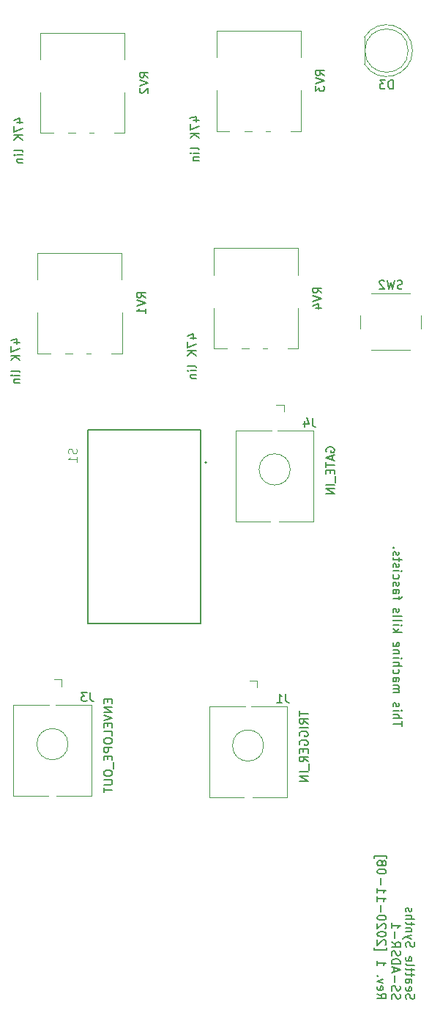
<source format=gbr>
%TF.GenerationSoftware,KiCad,Pcbnew,5.1.7*%
%TF.CreationDate,2020-11-09T18:16:13+01:00*%
%TF.ProjectId,AS3310-ADSR,41533333-3130-42d4-9144-53522e6b6963,1*%
%TF.SameCoordinates,Original*%
%TF.FileFunction,Legend,Bot*%
%TF.FilePolarity,Positive*%
%FSLAX46Y46*%
G04 Gerber Fmt 4.6, Leading zero omitted, Abs format (unit mm)*
G04 Created by KiCad (PCBNEW 5.1.7) date 2020-11-09 18:16:13*
%MOMM*%
%LPD*%
G01*
G04 APERTURE LIST*
%ADD10C,0.150000*%
%ADD11C,0.120000*%
%ADD12C,0.127000*%
%ADD13C,0.200000*%
%ADD14C,0.015000*%
G04 APERTURE END LIST*
D10*
X145577619Y-121317261D02*
X145577619Y-120745833D01*
X144577619Y-121031547D02*
X145577619Y-121031547D01*
X144577619Y-120412500D02*
X145577619Y-120412500D01*
X144577619Y-119983928D02*
X145101428Y-119983928D01*
X145196666Y-120031547D01*
X145244285Y-120126785D01*
X145244285Y-120269642D01*
X145196666Y-120364880D01*
X145149047Y-120412500D01*
X144577619Y-119507738D02*
X145244285Y-119507738D01*
X145577619Y-119507738D02*
X145530000Y-119555357D01*
X145482380Y-119507738D01*
X145530000Y-119460119D01*
X145577619Y-119507738D01*
X145482380Y-119507738D01*
X144625238Y-119079166D02*
X144577619Y-118983928D01*
X144577619Y-118793452D01*
X144625238Y-118698214D01*
X144720476Y-118650595D01*
X144768095Y-118650595D01*
X144863333Y-118698214D01*
X144910952Y-118793452D01*
X144910952Y-118936309D01*
X144958571Y-119031547D01*
X145053809Y-119079166D01*
X145101428Y-119079166D01*
X145196666Y-119031547D01*
X145244285Y-118936309D01*
X145244285Y-118793452D01*
X145196666Y-118698214D01*
X144577619Y-117460119D02*
X145244285Y-117460119D01*
X145149047Y-117460119D02*
X145196666Y-117412500D01*
X145244285Y-117317261D01*
X145244285Y-117174404D01*
X145196666Y-117079166D01*
X145101428Y-117031547D01*
X144577619Y-117031547D01*
X145101428Y-117031547D02*
X145196666Y-116983928D01*
X145244285Y-116888690D01*
X145244285Y-116745833D01*
X145196666Y-116650595D01*
X145101428Y-116602976D01*
X144577619Y-116602976D01*
X144577619Y-115698214D02*
X145101428Y-115698214D01*
X145196666Y-115745833D01*
X145244285Y-115841071D01*
X145244285Y-116031547D01*
X145196666Y-116126785D01*
X144625238Y-115698214D02*
X144577619Y-115793452D01*
X144577619Y-116031547D01*
X144625238Y-116126785D01*
X144720476Y-116174404D01*
X144815714Y-116174404D01*
X144910952Y-116126785D01*
X144958571Y-116031547D01*
X144958571Y-115793452D01*
X145006190Y-115698214D01*
X144625238Y-114793452D02*
X144577619Y-114888690D01*
X144577619Y-115079166D01*
X144625238Y-115174404D01*
X144672857Y-115222023D01*
X144768095Y-115269642D01*
X145053809Y-115269642D01*
X145149047Y-115222023D01*
X145196666Y-115174404D01*
X145244285Y-115079166D01*
X145244285Y-114888690D01*
X145196666Y-114793452D01*
X144577619Y-114364880D02*
X145577619Y-114364880D01*
X144577619Y-113936309D02*
X145101428Y-113936309D01*
X145196666Y-113983928D01*
X145244285Y-114079166D01*
X145244285Y-114222023D01*
X145196666Y-114317261D01*
X145149047Y-114364880D01*
X144577619Y-113460119D02*
X145244285Y-113460119D01*
X145577619Y-113460119D02*
X145530000Y-113507738D01*
X145482380Y-113460119D01*
X145530000Y-113412500D01*
X145577619Y-113460119D01*
X145482380Y-113460119D01*
X145244285Y-112983928D02*
X144577619Y-112983928D01*
X145149047Y-112983928D02*
X145196666Y-112936309D01*
X145244285Y-112841071D01*
X145244285Y-112698214D01*
X145196666Y-112602976D01*
X145101428Y-112555357D01*
X144577619Y-112555357D01*
X144625238Y-111698214D02*
X144577619Y-111793452D01*
X144577619Y-111983928D01*
X144625238Y-112079166D01*
X144720476Y-112126785D01*
X145101428Y-112126785D01*
X145196666Y-112079166D01*
X145244285Y-111983928D01*
X145244285Y-111793452D01*
X145196666Y-111698214D01*
X145101428Y-111650595D01*
X145006190Y-111650595D01*
X144910952Y-112126785D01*
X144577619Y-110460119D02*
X145577619Y-110460119D01*
X144958571Y-110364880D02*
X144577619Y-110079166D01*
X145244285Y-110079166D02*
X144863333Y-110460119D01*
X144577619Y-109650595D02*
X145244285Y-109650595D01*
X145577619Y-109650595D02*
X145530000Y-109698214D01*
X145482380Y-109650595D01*
X145530000Y-109602976D01*
X145577619Y-109650595D01*
X145482380Y-109650595D01*
X144577619Y-109031547D02*
X144625238Y-109126785D01*
X144720476Y-109174404D01*
X145577619Y-109174404D01*
X144577619Y-108507738D02*
X144625238Y-108602976D01*
X144720476Y-108650595D01*
X145577619Y-108650595D01*
X144625238Y-108174404D02*
X144577619Y-108079166D01*
X144577619Y-107888690D01*
X144625238Y-107793452D01*
X144720476Y-107745833D01*
X144768095Y-107745833D01*
X144863333Y-107793452D01*
X144910952Y-107888690D01*
X144910952Y-108031547D01*
X144958571Y-108126785D01*
X145053809Y-108174404D01*
X145101428Y-108174404D01*
X145196666Y-108126785D01*
X145244285Y-108031547D01*
X145244285Y-107888690D01*
X145196666Y-107793452D01*
X145244285Y-106698214D02*
X145244285Y-106317261D01*
X144577619Y-106555357D02*
X145434761Y-106555357D01*
X145530000Y-106507738D01*
X145577619Y-106412500D01*
X145577619Y-106317261D01*
X144577619Y-105555357D02*
X145101428Y-105555357D01*
X145196666Y-105602976D01*
X145244285Y-105698214D01*
X145244285Y-105888690D01*
X145196666Y-105983928D01*
X144625238Y-105555357D02*
X144577619Y-105650595D01*
X144577619Y-105888690D01*
X144625238Y-105983928D01*
X144720476Y-106031547D01*
X144815714Y-106031547D01*
X144910952Y-105983928D01*
X144958571Y-105888690D01*
X144958571Y-105650595D01*
X145006190Y-105555357D01*
X144625238Y-105126785D02*
X144577619Y-105031547D01*
X144577619Y-104841071D01*
X144625238Y-104745833D01*
X144720476Y-104698214D01*
X144768095Y-104698214D01*
X144863333Y-104745833D01*
X144910952Y-104841071D01*
X144910952Y-104983928D01*
X144958571Y-105079166D01*
X145053809Y-105126785D01*
X145101428Y-105126785D01*
X145196666Y-105079166D01*
X145244285Y-104983928D01*
X145244285Y-104841071D01*
X145196666Y-104745833D01*
X144625238Y-103841071D02*
X144577619Y-103936309D01*
X144577619Y-104126785D01*
X144625238Y-104222023D01*
X144672857Y-104269642D01*
X144768095Y-104317261D01*
X145053809Y-104317261D01*
X145149047Y-104269642D01*
X145196666Y-104222023D01*
X145244285Y-104126785D01*
X145244285Y-103936309D01*
X145196666Y-103841071D01*
X144577619Y-103412500D02*
X145244285Y-103412500D01*
X145577619Y-103412500D02*
X145530000Y-103460119D01*
X145482380Y-103412500D01*
X145530000Y-103364880D01*
X145577619Y-103412500D01*
X145482380Y-103412500D01*
X144625238Y-102983928D02*
X144577619Y-102888690D01*
X144577619Y-102698214D01*
X144625238Y-102602976D01*
X144720476Y-102555357D01*
X144768095Y-102555357D01*
X144863333Y-102602976D01*
X144910952Y-102698214D01*
X144910952Y-102841071D01*
X144958571Y-102936309D01*
X145053809Y-102983928D01*
X145101428Y-102983928D01*
X145196666Y-102936309D01*
X145244285Y-102841071D01*
X145244285Y-102698214D01*
X145196666Y-102602976D01*
X145244285Y-102269642D02*
X145244285Y-101888690D01*
X145577619Y-102126785D02*
X144720476Y-102126785D01*
X144625238Y-102079166D01*
X144577619Y-101983928D01*
X144577619Y-101888690D01*
X144625238Y-101602976D02*
X144577619Y-101507738D01*
X144577619Y-101317261D01*
X144625238Y-101222023D01*
X144720476Y-101174404D01*
X144768095Y-101174404D01*
X144863333Y-101222023D01*
X144910952Y-101317261D01*
X144910952Y-101460119D01*
X144958571Y-101555357D01*
X145053809Y-101602976D01*
X145101428Y-101602976D01*
X145196666Y-101555357D01*
X145244285Y-101460119D01*
X145244285Y-101317261D01*
X145196666Y-101222023D01*
X144672857Y-100745833D02*
X144625238Y-100698214D01*
X144577619Y-100745833D01*
X144625238Y-100793452D01*
X144672857Y-100745833D01*
X144577619Y-100745833D01*
X146095238Y-152812023D02*
X146047619Y-152669166D01*
X146047619Y-152431071D01*
X146095238Y-152335833D01*
X146142857Y-152288214D01*
X146238095Y-152240595D01*
X146333333Y-152240595D01*
X146428571Y-152288214D01*
X146476190Y-152335833D01*
X146523809Y-152431071D01*
X146571428Y-152621547D01*
X146619047Y-152716785D01*
X146666666Y-152764404D01*
X146761904Y-152812023D01*
X146857142Y-152812023D01*
X146952380Y-152764404D01*
X147000000Y-152716785D01*
X147047619Y-152621547D01*
X147047619Y-152383452D01*
X147000000Y-152240595D01*
X146095238Y-151431071D02*
X146047619Y-151526309D01*
X146047619Y-151716785D01*
X146095238Y-151812023D01*
X146190476Y-151859642D01*
X146571428Y-151859642D01*
X146666666Y-151812023D01*
X146714285Y-151716785D01*
X146714285Y-151526309D01*
X146666666Y-151431071D01*
X146571428Y-151383452D01*
X146476190Y-151383452D01*
X146380952Y-151859642D01*
X146047619Y-150526309D02*
X146571428Y-150526309D01*
X146666666Y-150573928D01*
X146714285Y-150669166D01*
X146714285Y-150859642D01*
X146666666Y-150954880D01*
X146095238Y-150526309D02*
X146047619Y-150621547D01*
X146047619Y-150859642D01*
X146095238Y-150954880D01*
X146190476Y-151002500D01*
X146285714Y-151002500D01*
X146380952Y-150954880D01*
X146428571Y-150859642D01*
X146428571Y-150621547D01*
X146476190Y-150526309D01*
X146714285Y-150192976D02*
X146714285Y-149812023D01*
X147047619Y-150050119D02*
X146190476Y-150050119D01*
X146095238Y-150002500D01*
X146047619Y-149907261D01*
X146047619Y-149812023D01*
X146714285Y-149621547D02*
X146714285Y-149240595D01*
X147047619Y-149478690D02*
X146190476Y-149478690D01*
X146095238Y-149431071D01*
X146047619Y-149335833D01*
X146047619Y-149240595D01*
X146047619Y-148764404D02*
X146095238Y-148859642D01*
X146190476Y-148907261D01*
X147047619Y-148907261D01*
X146095238Y-148002500D02*
X146047619Y-148097738D01*
X146047619Y-148288214D01*
X146095238Y-148383452D01*
X146190476Y-148431071D01*
X146571428Y-148431071D01*
X146666666Y-148383452D01*
X146714285Y-148288214D01*
X146714285Y-148097738D01*
X146666666Y-148002500D01*
X146571428Y-147954880D01*
X146476190Y-147954880D01*
X146380952Y-148431071D01*
X146095238Y-146812023D02*
X146047619Y-146669166D01*
X146047619Y-146431071D01*
X146095238Y-146335833D01*
X146142857Y-146288214D01*
X146238095Y-146240595D01*
X146333333Y-146240595D01*
X146428571Y-146288214D01*
X146476190Y-146335833D01*
X146523809Y-146431071D01*
X146571428Y-146621547D01*
X146619047Y-146716785D01*
X146666666Y-146764404D01*
X146761904Y-146812023D01*
X146857142Y-146812023D01*
X146952380Y-146764404D01*
X147000000Y-146716785D01*
X147047619Y-146621547D01*
X147047619Y-146383452D01*
X147000000Y-146240595D01*
X146714285Y-145907261D02*
X146047619Y-145669166D01*
X146714285Y-145431071D02*
X146047619Y-145669166D01*
X145809523Y-145764404D01*
X145761904Y-145812023D01*
X145714285Y-145907261D01*
X146714285Y-145050119D02*
X146047619Y-145050119D01*
X146619047Y-145050119D02*
X146666666Y-145002500D01*
X146714285Y-144907261D01*
X146714285Y-144764404D01*
X146666666Y-144669166D01*
X146571428Y-144621547D01*
X146047619Y-144621547D01*
X146714285Y-144288214D02*
X146714285Y-143907261D01*
X147047619Y-144145357D02*
X146190476Y-144145357D01*
X146095238Y-144097738D01*
X146047619Y-144002500D01*
X146047619Y-143907261D01*
X146047619Y-143573928D02*
X147047619Y-143573928D01*
X146047619Y-143145357D02*
X146571428Y-143145357D01*
X146666666Y-143192976D01*
X146714285Y-143288214D01*
X146714285Y-143431071D01*
X146666666Y-143526309D01*
X146619047Y-143573928D01*
X146095238Y-142716785D02*
X146047619Y-142621547D01*
X146047619Y-142431071D01*
X146095238Y-142335833D01*
X146190476Y-142288214D01*
X146238095Y-142288214D01*
X146333333Y-142335833D01*
X146380952Y-142431071D01*
X146380952Y-142573928D01*
X146428571Y-142669166D01*
X146523809Y-142716785D01*
X146571428Y-142716785D01*
X146666666Y-142669166D01*
X146714285Y-142573928D01*
X146714285Y-142431071D01*
X146666666Y-142335833D01*
X144445238Y-152812023D02*
X144397619Y-152669166D01*
X144397619Y-152431071D01*
X144445238Y-152335833D01*
X144492857Y-152288214D01*
X144588095Y-152240595D01*
X144683333Y-152240595D01*
X144778571Y-152288214D01*
X144826190Y-152335833D01*
X144873809Y-152431071D01*
X144921428Y-152621547D01*
X144969047Y-152716785D01*
X145016666Y-152764404D01*
X145111904Y-152812023D01*
X145207142Y-152812023D01*
X145302380Y-152764404D01*
X145350000Y-152716785D01*
X145397619Y-152621547D01*
X145397619Y-152383452D01*
X145350000Y-152240595D01*
X144445238Y-151859642D02*
X144397619Y-151716785D01*
X144397619Y-151478690D01*
X144445238Y-151383452D01*
X144492857Y-151335833D01*
X144588095Y-151288214D01*
X144683333Y-151288214D01*
X144778571Y-151335833D01*
X144826190Y-151383452D01*
X144873809Y-151478690D01*
X144921428Y-151669166D01*
X144969047Y-151764404D01*
X145016666Y-151812023D01*
X145111904Y-151859642D01*
X145207142Y-151859642D01*
X145302380Y-151812023D01*
X145350000Y-151764404D01*
X145397619Y-151669166D01*
X145397619Y-151431071D01*
X145350000Y-151288214D01*
X144778571Y-150859642D02*
X144778571Y-150097738D01*
X144683333Y-149669166D02*
X144683333Y-149192976D01*
X144397619Y-149764404D02*
X145397619Y-149431071D01*
X144397619Y-149097738D01*
X144397619Y-148764404D02*
X145397619Y-148764404D01*
X145397619Y-148526309D01*
X145350000Y-148383452D01*
X145254761Y-148288214D01*
X145159523Y-148240595D01*
X144969047Y-148192976D01*
X144826190Y-148192976D01*
X144635714Y-148240595D01*
X144540476Y-148288214D01*
X144445238Y-148383452D01*
X144397619Y-148526309D01*
X144397619Y-148764404D01*
X144445238Y-147812023D02*
X144397619Y-147669166D01*
X144397619Y-147431071D01*
X144445238Y-147335833D01*
X144492857Y-147288214D01*
X144588095Y-147240595D01*
X144683333Y-147240595D01*
X144778571Y-147288214D01*
X144826190Y-147335833D01*
X144873809Y-147431071D01*
X144921428Y-147621547D01*
X144969047Y-147716785D01*
X145016666Y-147764404D01*
X145111904Y-147812023D01*
X145207142Y-147812023D01*
X145302380Y-147764404D01*
X145350000Y-147716785D01*
X145397619Y-147621547D01*
X145397619Y-147383452D01*
X145350000Y-147240595D01*
X144397619Y-146240595D02*
X144873809Y-146573928D01*
X144397619Y-146812023D02*
X145397619Y-146812023D01*
X145397619Y-146431071D01*
X145350000Y-146335833D01*
X145302380Y-146288214D01*
X145207142Y-146240595D01*
X145064285Y-146240595D01*
X144969047Y-146288214D01*
X144921428Y-146335833D01*
X144873809Y-146431071D01*
X144873809Y-146812023D01*
X144778571Y-145812023D02*
X144778571Y-145050119D01*
X144397619Y-144050119D02*
X144397619Y-144621547D01*
X144397619Y-144335833D02*
X145397619Y-144335833D01*
X145254761Y-144431071D01*
X145159523Y-144526309D01*
X145111904Y-144621547D01*
X142747619Y-152192976D02*
X143223809Y-152526309D01*
X142747619Y-152764404D02*
X143747619Y-152764404D01*
X143747619Y-152383452D01*
X143700000Y-152288214D01*
X143652380Y-152240595D01*
X143557142Y-152192976D01*
X143414285Y-152192976D01*
X143319047Y-152240595D01*
X143271428Y-152288214D01*
X143223809Y-152383452D01*
X143223809Y-152764404D01*
X142795238Y-151383452D02*
X142747619Y-151478690D01*
X142747619Y-151669166D01*
X142795238Y-151764404D01*
X142890476Y-151812023D01*
X143271428Y-151812023D01*
X143366666Y-151764404D01*
X143414285Y-151669166D01*
X143414285Y-151478690D01*
X143366666Y-151383452D01*
X143271428Y-151335833D01*
X143176190Y-151335833D01*
X143080952Y-151812023D01*
X143414285Y-151002500D02*
X142747619Y-150764404D01*
X143414285Y-150526309D01*
X142842857Y-150145357D02*
X142795238Y-150097738D01*
X142747619Y-150145357D01*
X142795238Y-150192976D01*
X142842857Y-150145357D01*
X142747619Y-150145357D01*
X142747619Y-148383452D02*
X142747619Y-148954880D01*
X142747619Y-148669166D02*
X143747619Y-148669166D01*
X143604761Y-148764404D01*
X143509523Y-148859642D01*
X143461904Y-148954880D01*
X142414285Y-146907261D02*
X142414285Y-147145357D01*
X143842857Y-147145357D01*
X143842857Y-146907261D01*
X143652380Y-146573928D02*
X143700000Y-146526309D01*
X143747619Y-146431071D01*
X143747619Y-146192976D01*
X143700000Y-146097738D01*
X143652380Y-146050119D01*
X143557142Y-146002500D01*
X143461904Y-146002500D01*
X143319047Y-146050119D01*
X142747619Y-146621547D01*
X142747619Y-146002500D01*
X143747619Y-145383452D02*
X143747619Y-145288214D01*
X143700000Y-145192976D01*
X143652380Y-145145357D01*
X143557142Y-145097738D01*
X143366666Y-145050119D01*
X143128571Y-145050119D01*
X142938095Y-145097738D01*
X142842857Y-145145357D01*
X142795238Y-145192976D01*
X142747619Y-145288214D01*
X142747619Y-145383452D01*
X142795238Y-145478690D01*
X142842857Y-145526309D01*
X142938095Y-145573928D01*
X143128571Y-145621547D01*
X143366666Y-145621547D01*
X143557142Y-145573928D01*
X143652380Y-145526309D01*
X143700000Y-145478690D01*
X143747619Y-145383452D01*
X143652380Y-144669166D02*
X143700000Y-144621547D01*
X143747619Y-144526309D01*
X143747619Y-144288214D01*
X143700000Y-144192976D01*
X143652380Y-144145357D01*
X143557142Y-144097738D01*
X143461904Y-144097738D01*
X143319047Y-144145357D01*
X142747619Y-144716785D01*
X142747619Y-144097738D01*
X143747619Y-143478690D02*
X143747619Y-143383452D01*
X143700000Y-143288214D01*
X143652380Y-143240595D01*
X143557142Y-143192976D01*
X143366666Y-143145357D01*
X143128571Y-143145357D01*
X142938095Y-143192976D01*
X142842857Y-143240595D01*
X142795238Y-143288214D01*
X142747619Y-143383452D01*
X142747619Y-143478690D01*
X142795238Y-143573928D01*
X142842857Y-143621547D01*
X142938095Y-143669166D01*
X143128571Y-143716785D01*
X143366666Y-143716785D01*
X143557142Y-143669166D01*
X143652380Y-143621547D01*
X143700000Y-143573928D01*
X143747619Y-143478690D01*
X143128571Y-142716785D02*
X143128571Y-141954880D01*
X142747619Y-140954880D02*
X142747619Y-141526309D01*
X142747619Y-141240595D02*
X143747619Y-141240595D01*
X143604761Y-141335833D01*
X143509523Y-141431071D01*
X143461904Y-141526309D01*
X142747619Y-140002500D02*
X142747619Y-140573928D01*
X142747619Y-140288214D02*
X143747619Y-140288214D01*
X143604761Y-140383452D01*
X143509523Y-140478690D01*
X143461904Y-140573928D01*
X143128571Y-139573928D02*
X143128571Y-138812023D01*
X143747619Y-138145357D02*
X143747619Y-138050119D01*
X143700000Y-137954880D01*
X143652380Y-137907261D01*
X143557142Y-137859642D01*
X143366666Y-137812023D01*
X143128571Y-137812023D01*
X142938095Y-137859642D01*
X142842857Y-137907261D01*
X142795238Y-137954880D01*
X142747619Y-138050119D01*
X142747619Y-138145357D01*
X142795238Y-138240595D01*
X142842857Y-138288214D01*
X142938095Y-138335833D01*
X143128571Y-138383452D01*
X143366666Y-138383452D01*
X143557142Y-138335833D01*
X143652380Y-138288214D01*
X143700000Y-138240595D01*
X143747619Y-138145357D01*
X143319047Y-137240595D02*
X143366666Y-137335833D01*
X143414285Y-137383452D01*
X143509523Y-137431071D01*
X143557142Y-137431071D01*
X143652380Y-137383452D01*
X143700000Y-137335833D01*
X143747619Y-137240595D01*
X143747619Y-137050119D01*
X143700000Y-136954880D01*
X143652380Y-136907261D01*
X143557142Y-136859642D01*
X143509523Y-136859642D01*
X143414285Y-136907261D01*
X143366666Y-136954880D01*
X143319047Y-137050119D01*
X143319047Y-137240595D01*
X143271428Y-137335833D01*
X143223809Y-137383452D01*
X143128571Y-137431071D01*
X142938095Y-137431071D01*
X142842857Y-137383452D01*
X142795238Y-137335833D01*
X142747619Y-137240595D01*
X142747619Y-137050119D01*
X142795238Y-136954880D01*
X142842857Y-136907261D01*
X142938095Y-136859642D01*
X143128571Y-136859642D01*
X143223809Y-136907261D01*
X143271428Y-136954880D01*
X143319047Y-137050119D01*
X142414285Y-136526309D02*
X142414285Y-136288214D01*
X143842857Y-136288214D01*
X143842857Y-136526309D01*
D11*
%TO.C,J3*%
X109680000Y-118900000D02*
X109680000Y-129400000D01*
X100680000Y-118900000D02*
X100680000Y-129400000D01*
X100680000Y-129400000D02*
X104680000Y-129400000D01*
X105680000Y-129400000D02*
X109680000Y-129400000D01*
X100680000Y-118900000D02*
X104830000Y-118900000D01*
X105530000Y-118900000D02*
X109680000Y-118900000D01*
X106980000Y-123400000D02*
G75*
G03*
X106980000Y-123400000I-1800000J0D01*
G01*
X106240000Y-115920000D02*
X106240000Y-116720000D01*
X106240000Y-115920000D02*
X105380000Y-115920000D01*
D12*
%TO.C,S1*%
X109310000Y-109460000D02*
X109310000Y-87160000D01*
X109310000Y-87160000D02*
X122310000Y-87160000D01*
X122310000Y-87160000D02*
X122310000Y-109460000D01*
X109310000Y-109460000D02*
X122310000Y-109460000D01*
D13*
X123010000Y-90910000D02*
G75*
G03*
X123010000Y-90910000I-100000J0D01*
G01*
D11*
%TO.C,D3*%
X146320000Y-43350000D02*
G75*
G03*
X146320000Y-43350000I-2500000J0D01*
G01*
X141260000Y-44895000D02*
X141260000Y-41805000D01*
X146810000Y-43350462D02*
G75*
G03*
X141260000Y-41805170I-2990000J462D01*
G01*
X146810000Y-43349538D02*
G75*
G02*
X141260000Y-44894830I-2990000J-462D01*
G01*
%TO.C,SW2*%
X140810000Y-75400000D02*
X140810000Y-73900000D01*
X142060000Y-71400000D02*
X146560000Y-71400000D01*
X147810000Y-73900000D02*
X147810000Y-75400000D01*
X146560000Y-77900000D02*
X142060000Y-77900000D01*
%TO.C,RV4*%
X123840000Y-66160000D02*
X133580000Y-66160000D01*
X123840000Y-77750000D02*
X125330000Y-77750000D01*
X123840000Y-69220000D02*
X123840000Y-66160000D01*
X133590000Y-77750000D02*
X133590000Y-73030000D01*
X133580000Y-69220000D02*
X133580000Y-66160000D01*
X123840000Y-77750000D02*
X123840000Y-73030000D01*
X132400000Y-77750000D02*
X133580000Y-77750000D01*
X129500000Y-77750000D02*
X130030000Y-77750000D01*
X127050000Y-77750000D02*
X127880000Y-77750000D01*
%TO.C,RV3*%
X124170000Y-41060000D02*
X133910000Y-41060000D01*
X124170000Y-52650000D02*
X125660000Y-52650000D01*
X124170000Y-44120000D02*
X124170000Y-41060000D01*
X133920000Y-52650000D02*
X133920000Y-47930000D01*
X133910000Y-44120000D02*
X133910000Y-41060000D01*
X124170000Y-52650000D02*
X124170000Y-47930000D01*
X132730000Y-52650000D02*
X133910000Y-52650000D01*
X129830000Y-52650000D02*
X130360000Y-52650000D01*
X127380000Y-52650000D02*
X128210000Y-52650000D01*
%TO.C,RV2*%
X103800000Y-41280000D02*
X113540000Y-41280000D01*
X103800000Y-52870000D02*
X105290000Y-52870000D01*
X103800000Y-44340000D02*
X103800000Y-41280000D01*
X113550000Y-52870000D02*
X113550000Y-48150000D01*
X113540000Y-44340000D02*
X113540000Y-41280000D01*
X103800000Y-52870000D02*
X103800000Y-48150000D01*
X112360000Y-52870000D02*
X113540000Y-52870000D01*
X109460000Y-52870000D02*
X109990000Y-52870000D01*
X107010000Y-52870000D02*
X107840000Y-52870000D01*
%TO.C,RV1*%
X103470000Y-66720000D02*
X113210000Y-66720000D01*
X103470000Y-78310000D02*
X104960000Y-78310000D01*
X103470000Y-69780000D02*
X103470000Y-66720000D01*
X113220000Y-78310000D02*
X113220000Y-73590000D01*
X113210000Y-69780000D02*
X113210000Y-66720000D01*
X103470000Y-78310000D02*
X103470000Y-73590000D01*
X112030000Y-78310000D02*
X113210000Y-78310000D01*
X109130000Y-78310000D02*
X109660000Y-78310000D01*
X106680000Y-78310000D02*
X107510000Y-78310000D01*
%TO.C,J4*%
X131940000Y-84210000D02*
X131080000Y-84210000D01*
X131940000Y-84210000D02*
X131940000Y-85010000D01*
X132680000Y-91690000D02*
G75*
G03*
X132680000Y-91690000I-1800000J0D01*
G01*
X131230000Y-87190000D02*
X135380000Y-87190000D01*
X126380000Y-87190000D02*
X130530000Y-87190000D01*
X131380000Y-97690000D02*
X135380000Y-97690000D01*
X126380000Y-97690000D02*
X130380000Y-97690000D01*
X126380000Y-87190000D02*
X126380000Y-97690000D01*
X135380000Y-87190000D02*
X135380000Y-97690000D01*
%TO.C,J1*%
X128860000Y-116080000D02*
X128000000Y-116080000D01*
X128860000Y-116080000D02*
X128860000Y-116880000D01*
X129600000Y-123560000D02*
G75*
G03*
X129600000Y-123560000I-1800000J0D01*
G01*
X128150000Y-119060000D02*
X132300000Y-119060000D01*
X123300000Y-119060000D02*
X127450000Y-119060000D01*
X128300000Y-129560000D02*
X132300000Y-129560000D01*
X123300000Y-129560000D02*
X127300000Y-129560000D01*
X123300000Y-119060000D02*
X123300000Y-129560000D01*
X132300000Y-119060000D02*
X132300000Y-129560000D01*
%TO.C,J3*%
D10*
X109543333Y-117452380D02*
X109543333Y-118166666D01*
X109590952Y-118309523D01*
X109686190Y-118404761D01*
X109829047Y-118452380D01*
X109924285Y-118452380D01*
X109162380Y-117452380D02*
X108543333Y-117452380D01*
X108876666Y-117833333D01*
X108733809Y-117833333D01*
X108638571Y-117880952D01*
X108590952Y-117928571D01*
X108543333Y-118023809D01*
X108543333Y-118261904D01*
X108590952Y-118357142D01*
X108638571Y-118404761D01*
X108733809Y-118452380D01*
X109019523Y-118452380D01*
X109114761Y-118404761D01*
X109162380Y-118357142D01*
X111585571Y-118214476D02*
X111585571Y-118547809D01*
X112109380Y-118690666D02*
X112109380Y-118214476D01*
X111109380Y-118214476D01*
X111109380Y-118690666D01*
X112109380Y-119119238D02*
X111109380Y-119119238D01*
X112109380Y-119690666D01*
X111109380Y-119690666D01*
X111109380Y-120024000D02*
X112109380Y-120357333D01*
X111109380Y-120690666D01*
X111585571Y-121024000D02*
X111585571Y-121357333D01*
X112109380Y-121500190D02*
X112109380Y-121024000D01*
X111109380Y-121024000D01*
X111109380Y-121500190D01*
X112109380Y-122404952D02*
X112109380Y-121928761D01*
X111109380Y-121928761D01*
X111109380Y-122928761D02*
X111109380Y-123119238D01*
X111157000Y-123214476D01*
X111252238Y-123309714D01*
X111442714Y-123357333D01*
X111776047Y-123357333D01*
X111966523Y-123309714D01*
X112061761Y-123214476D01*
X112109380Y-123119238D01*
X112109380Y-122928761D01*
X112061761Y-122833523D01*
X111966523Y-122738285D01*
X111776047Y-122690666D01*
X111442714Y-122690666D01*
X111252238Y-122738285D01*
X111157000Y-122833523D01*
X111109380Y-122928761D01*
X112109380Y-123785904D02*
X111109380Y-123785904D01*
X111109380Y-124166857D01*
X111157000Y-124262095D01*
X111204619Y-124309714D01*
X111299857Y-124357333D01*
X111442714Y-124357333D01*
X111537952Y-124309714D01*
X111585571Y-124262095D01*
X111633190Y-124166857D01*
X111633190Y-123785904D01*
X111585571Y-124785904D02*
X111585571Y-125119238D01*
X112109380Y-125262095D02*
X112109380Y-124785904D01*
X111109380Y-124785904D01*
X111109380Y-125262095D01*
X112204619Y-125452571D02*
X112204619Y-126214476D01*
X111109380Y-126643047D02*
X111109380Y-126833523D01*
X111157000Y-126928761D01*
X111252238Y-127024000D01*
X111442714Y-127071619D01*
X111776047Y-127071619D01*
X111966523Y-127024000D01*
X112061761Y-126928761D01*
X112109380Y-126833523D01*
X112109380Y-126643047D01*
X112061761Y-126547809D01*
X111966523Y-126452571D01*
X111776047Y-126404952D01*
X111442714Y-126404952D01*
X111252238Y-126452571D01*
X111157000Y-126547809D01*
X111109380Y-126643047D01*
X111109380Y-127500190D02*
X111918904Y-127500190D01*
X112014142Y-127547809D01*
X112061761Y-127595428D01*
X112109380Y-127690666D01*
X112109380Y-127881142D01*
X112061761Y-127976380D01*
X112014142Y-128024000D01*
X111918904Y-128071619D01*
X111109380Y-128071619D01*
X111109380Y-128404952D02*
X111109380Y-128976380D01*
X112109380Y-128690666D02*
X111109380Y-128690666D01*
%TO.C,S1*%
D14*
X107959761Y-89293095D02*
X108007380Y-89435952D01*
X108007380Y-89674047D01*
X107959761Y-89769285D01*
X107912142Y-89816904D01*
X107816904Y-89864523D01*
X107721666Y-89864523D01*
X107626428Y-89816904D01*
X107578809Y-89769285D01*
X107531190Y-89674047D01*
X107483571Y-89483571D01*
X107435952Y-89388333D01*
X107388333Y-89340714D01*
X107293095Y-89293095D01*
X107197857Y-89293095D01*
X107102619Y-89340714D01*
X107055000Y-89388333D01*
X107007380Y-89483571D01*
X107007380Y-89721666D01*
X107055000Y-89864523D01*
X108007380Y-90816904D02*
X108007380Y-90245476D01*
X108007380Y-90531190D02*
X107007380Y-90531190D01*
X107150238Y-90435952D01*
X107245476Y-90340714D01*
X107293095Y-90245476D01*
%TO.C,D3*%
D10*
X144558095Y-47762380D02*
X144558095Y-46762380D01*
X144320000Y-46762380D01*
X144177142Y-46810000D01*
X144081904Y-46905238D01*
X144034285Y-47000476D01*
X143986666Y-47190952D01*
X143986666Y-47333809D01*
X144034285Y-47524285D01*
X144081904Y-47619523D01*
X144177142Y-47714761D01*
X144320000Y-47762380D01*
X144558095Y-47762380D01*
X143653333Y-46762380D02*
X143034285Y-46762380D01*
X143367619Y-47143333D01*
X143224761Y-47143333D01*
X143129523Y-47190952D01*
X143081904Y-47238571D01*
X143034285Y-47333809D01*
X143034285Y-47571904D01*
X143081904Y-47667142D01*
X143129523Y-47714761D01*
X143224761Y-47762380D01*
X143510476Y-47762380D01*
X143605714Y-47714761D01*
X143653333Y-47667142D01*
%TO.C,SW2*%
X145643333Y-70804761D02*
X145500476Y-70852380D01*
X145262380Y-70852380D01*
X145167142Y-70804761D01*
X145119523Y-70757142D01*
X145071904Y-70661904D01*
X145071904Y-70566666D01*
X145119523Y-70471428D01*
X145167142Y-70423809D01*
X145262380Y-70376190D01*
X145452857Y-70328571D01*
X145548095Y-70280952D01*
X145595714Y-70233333D01*
X145643333Y-70138095D01*
X145643333Y-70042857D01*
X145595714Y-69947619D01*
X145548095Y-69900000D01*
X145452857Y-69852380D01*
X145214761Y-69852380D01*
X145071904Y-69900000D01*
X144738571Y-69852380D02*
X144500476Y-70852380D01*
X144310000Y-70138095D01*
X144119523Y-70852380D01*
X143881428Y-69852380D01*
X143548095Y-69947619D02*
X143500476Y-69900000D01*
X143405238Y-69852380D01*
X143167142Y-69852380D01*
X143071904Y-69900000D01*
X143024285Y-69947619D01*
X142976666Y-70042857D01*
X142976666Y-70138095D01*
X143024285Y-70280952D01*
X143595714Y-70852380D01*
X142976666Y-70852380D01*
%TO.C,RV4*%
X136302380Y-71324761D02*
X135826190Y-70991428D01*
X136302380Y-70753333D02*
X135302380Y-70753333D01*
X135302380Y-71134285D01*
X135350000Y-71229523D01*
X135397619Y-71277142D01*
X135492857Y-71324761D01*
X135635714Y-71324761D01*
X135730952Y-71277142D01*
X135778571Y-71229523D01*
X135826190Y-71134285D01*
X135826190Y-70753333D01*
X135302380Y-71610476D02*
X136302380Y-71943809D01*
X135302380Y-72277142D01*
X135635714Y-73039047D02*
X136302380Y-73039047D01*
X135254761Y-72800952D02*
X135969047Y-72562857D01*
X135969047Y-73181904D01*
X121135714Y-76510952D02*
X121802380Y-76510952D01*
X120754761Y-76272857D02*
X121469047Y-76034761D01*
X121469047Y-76653809D01*
X120802380Y-76939523D02*
X120802380Y-77606190D01*
X121802380Y-77177619D01*
X121802380Y-77987142D02*
X120802380Y-77987142D01*
X121802380Y-78558571D02*
X121230952Y-78130000D01*
X120802380Y-78558571D02*
X121373809Y-77987142D01*
X121802380Y-79891904D02*
X121754761Y-79796666D01*
X121659523Y-79749047D01*
X120802380Y-79749047D01*
X121802380Y-80272857D02*
X121135714Y-80272857D01*
X120802380Y-80272857D02*
X120850000Y-80225238D01*
X120897619Y-80272857D01*
X120850000Y-80320476D01*
X120802380Y-80272857D01*
X120897619Y-80272857D01*
X121135714Y-80749047D02*
X121802380Y-80749047D01*
X121230952Y-80749047D02*
X121183333Y-80796666D01*
X121135714Y-80891904D01*
X121135714Y-81034761D01*
X121183333Y-81130000D01*
X121278571Y-81177619D01*
X121802380Y-81177619D01*
%TO.C,RV3*%
X136632380Y-46224761D02*
X136156190Y-45891428D01*
X136632380Y-45653333D02*
X135632380Y-45653333D01*
X135632380Y-46034285D01*
X135680000Y-46129523D01*
X135727619Y-46177142D01*
X135822857Y-46224761D01*
X135965714Y-46224761D01*
X136060952Y-46177142D01*
X136108571Y-46129523D01*
X136156190Y-46034285D01*
X136156190Y-45653333D01*
X135632380Y-46510476D02*
X136632380Y-46843809D01*
X135632380Y-47177142D01*
X135632380Y-47415238D02*
X135632380Y-48034285D01*
X136013333Y-47700952D01*
X136013333Y-47843809D01*
X136060952Y-47939047D01*
X136108571Y-47986666D01*
X136203809Y-48034285D01*
X136441904Y-48034285D01*
X136537142Y-47986666D01*
X136584761Y-47939047D01*
X136632380Y-47843809D01*
X136632380Y-47558095D01*
X136584761Y-47462857D01*
X136537142Y-47415238D01*
X121465714Y-51410952D02*
X122132380Y-51410952D01*
X121084761Y-51172857D02*
X121799047Y-50934761D01*
X121799047Y-51553809D01*
X121132380Y-51839523D02*
X121132380Y-52506190D01*
X122132380Y-52077619D01*
X122132380Y-52887142D02*
X121132380Y-52887142D01*
X122132380Y-53458571D02*
X121560952Y-53030000D01*
X121132380Y-53458571D02*
X121703809Y-52887142D01*
X122132380Y-54791904D02*
X122084761Y-54696666D01*
X121989523Y-54649047D01*
X121132380Y-54649047D01*
X122132380Y-55172857D02*
X121465714Y-55172857D01*
X121132380Y-55172857D02*
X121180000Y-55125238D01*
X121227619Y-55172857D01*
X121180000Y-55220476D01*
X121132380Y-55172857D01*
X121227619Y-55172857D01*
X121465714Y-55649047D02*
X122132380Y-55649047D01*
X121560952Y-55649047D02*
X121513333Y-55696666D01*
X121465714Y-55791904D01*
X121465714Y-55934761D01*
X121513333Y-56030000D01*
X121608571Y-56077619D01*
X122132380Y-56077619D01*
%TO.C,RV2*%
X116262380Y-46444761D02*
X115786190Y-46111428D01*
X116262380Y-45873333D02*
X115262380Y-45873333D01*
X115262380Y-46254285D01*
X115310000Y-46349523D01*
X115357619Y-46397142D01*
X115452857Y-46444761D01*
X115595714Y-46444761D01*
X115690952Y-46397142D01*
X115738571Y-46349523D01*
X115786190Y-46254285D01*
X115786190Y-45873333D01*
X115262380Y-46730476D02*
X116262380Y-47063809D01*
X115262380Y-47397142D01*
X115357619Y-47682857D02*
X115310000Y-47730476D01*
X115262380Y-47825714D01*
X115262380Y-48063809D01*
X115310000Y-48159047D01*
X115357619Y-48206666D01*
X115452857Y-48254285D01*
X115548095Y-48254285D01*
X115690952Y-48206666D01*
X116262380Y-47635238D01*
X116262380Y-48254285D01*
X101095714Y-51630952D02*
X101762380Y-51630952D01*
X100714761Y-51392857D02*
X101429047Y-51154761D01*
X101429047Y-51773809D01*
X100762380Y-52059523D02*
X100762380Y-52726190D01*
X101762380Y-52297619D01*
X101762380Y-53107142D02*
X100762380Y-53107142D01*
X101762380Y-53678571D02*
X101190952Y-53250000D01*
X100762380Y-53678571D02*
X101333809Y-53107142D01*
X101762380Y-55011904D02*
X101714761Y-54916666D01*
X101619523Y-54869047D01*
X100762380Y-54869047D01*
X101762380Y-55392857D02*
X101095714Y-55392857D01*
X100762380Y-55392857D02*
X100810000Y-55345238D01*
X100857619Y-55392857D01*
X100810000Y-55440476D01*
X100762380Y-55392857D01*
X100857619Y-55392857D01*
X101095714Y-55869047D02*
X101762380Y-55869047D01*
X101190952Y-55869047D02*
X101143333Y-55916666D01*
X101095714Y-56011904D01*
X101095714Y-56154761D01*
X101143333Y-56250000D01*
X101238571Y-56297619D01*
X101762380Y-56297619D01*
%TO.C,RV1*%
X115932380Y-71884761D02*
X115456190Y-71551428D01*
X115932380Y-71313333D02*
X114932380Y-71313333D01*
X114932380Y-71694285D01*
X114980000Y-71789523D01*
X115027619Y-71837142D01*
X115122857Y-71884761D01*
X115265714Y-71884761D01*
X115360952Y-71837142D01*
X115408571Y-71789523D01*
X115456190Y-71694285D01*
X115456190Y-71313333D01*
X114932380Y-72170476D02*
X115932380Y-72503809D01*
X114932380Y-72837142D01*
X115932380Y-73694285D02*
X115932380Y-73122857D01*
X115932380Y-73408571D02*
X114932380Y-73408571D01*
X115075238Y-73313333D01*
X115170476Y-73218095D01*
X115218095Y-73122857D01*
X100765714Y-77070952D02*
X101432380Y-77070952D01*
X100384761Y-76832857D02*
X101099047Y-76594761D01*
X101099047Y-77213809D01*
X100432380Y-77499523D02*
X100432380Y-78166190D01*
X101432380Y-77737619D01*
X101432380Y-78547142D02*
X100432380Y-78547142D01*
X101432380Y-79118571D02*
X100860952Y-78690000D01*
X100432380Y-79118571D02*
X101003809Y-78547142D01*
X101432380Y-80451904D02*
X101384761Y-80356666D01*
X101289523Y-80309047D01*
X100432380Y-80309047D01*
X101432380Y-80832857D02*
X100765714Y-80832857D01*
X100432380Y-80832857D02*
X100480000Y-80785238D01*
X100527619Y-80832857D01*
X100480000Y-80880476D01*
X100432380Y-80832857D01*
X100527619Y-80832857D01*
X100765714Y-81309047D02*
X101432380Y-81309047D01*
X100860952Y-81309047D02*
X100813333Y-81356666D01*
X100765714Y-81451904D01*
X100765714Y-81594761D01*
X100813333Y-81690000D01*
X100908571Y-81737619D01*
X101432380Y-81737619D01*
%TO.C,J4*%
X135243333Y-85742380D02*
X135243333Y-86456666D01*
X135290952Y-86599523D01*
X135386190Y-86694761D01*
X135529047Y-86742380D01*
X135624285Y-86742380D01*
X134338571Y-86075714D02*
X134338571Y-86742380D01*
X134576666Y-85694761D02*
X134814761Y-86409047D01*
X134195714Y-86409047D01*
X136857000Y-89671142D02*
X136809380Y-89575904D01*
X136809380Y-89433047D01*
X136857000Y-89290190D01*
X136952238Y-89194952D01*
X137047476Y-89147333D01*
X137237952Y-89099714D01*
X137380809Y-89099714D01*
X137571285Y-89147333D01*
X137666523Y-89194952D01*
X137761761Y-89290190D01*
X137809380Y-89433047D01*
X137809380Y-89528285D01*
X137761761Y-89671142D01*
X137714142Y-89718761D01*
X137380809Y-89718761D01*
X137380809Y-89528285D01*
X137523666Y-90099714D02*
X137523666Y-90575904D01*
X137809380Y-90004476D02*
X136809380Y-90337809D01*
X137809380Y-90671142D01*
X136809380Y-90861619D02*
X136809380Y-91433047D01*
X137809380Y-91147333D02*
X136809380Y-91147333D01*
X137285571Y-91766380D02*
X137285571Y-92099714D01*
X137809380Y-92242571D02*
X137809380Y-91766380D01*
X136809380Y-91766380D01*
X136809380Y-92242571D01*
X137904619Y-92433047D02*
X137904619Y-93194952D01*
X137809380Y-93433047D02*
X136809380Y-93433047D01*
X137809380Y-93909238D02*
X136809380Y-93909238D01*
X137809380Y-94480666D01*
X136809380Y-94480666D01*
%TO.C,J1*%
X132163333Y-117612380D02*
X132163333Y-118326666D01*
X132210952Y-118469523D01*
X132306190Y-118564761D01*
X132449047Y-118612380D01*
X132544285Y-118612380D01*
X131163333Y-118612380D02*
X131734761Y-118612380D01*
X131449047Y-118612380D02*
X131449047Y-117612380D01*
X131544285Y-117755238D01*
X131639523Y-117850476D01*
X131734761Y-117898095D01*
X133729380Y-119564952D02*
X133729380Y-120136380D01*
X134729380Y-119850666D02*
X133729380Y-119850666D01*
X134729380Y-121041142D02*
X134253190Y-120707809D01*
X134729380Y-120469714D02*
X133729380Y-120469714D01*
X133729380Y-120850666D01*
X133777000Y-120945904D01*
X133824619Y-120993523D01*
X133919857Y-121041142D01*
X134062714Y-121041142D01*
X134157952Y-120993523D01*
X134205571Y-120945904D01*
X134253190Y-120850666D01*
X134253190Y-120469714D01*
X134729380Y-121469714D02*
X133729380Y-121469714D01*
X133777000Y-122469714D02*
X133729380Y-122374476D01*
X133729380Y-122231619D01*
X133777000Y-122088761D01*
X133872238Y-121993523D01*
X133967476Y-121945904D01*
X134157952Y-121898285D01*
X134300809Y-121898285D01*
X134491285Y-121945904D01*
X134586523Y-121993523D01*
X134681761Y-122088761D01*
X134729380Y-122231619D01*
X134729380Y-122326857D01*
X134681761Y-122469714D01*
X134634142Y-122517333D01*
X134300809Y-122517333D01*
X134300809Y-122326857D01*
X133777000Y-123469714D02*
X133729380Y-123374476D01*
X133729380Y-123231619D01*
X133777000Y-123088761D01*
X133872238Y-122993523D01*
X133967476Y-122945904D01*
X134157952Y-122898285D01*
X134300809Y-122898285D01*
X134491285Y-122945904D01*
X134586523Y-122993523D01*
X134681761Y-123088761D01*
X134729380Y-123231619D01*
X134729380Y-123326857D01*
X134681761Y-123469714D01*
X134634142Y-123517333D01*
X134300809Y-123517333D01*
X134300809Y-123326857D01*
X134205571Y-123945904D02*
X134205571Y-124279238D01*
X134729380Y-124422095D02*
X134729380Y-123945904D01*
X133729380Y-123945904D01*
X133729380Y-124422095D01*
X134729380Y-125422095D02*
X134253190Y-125088761D01*
X134729380Y-124850666D02*
X133729380Y-124850666D01*
X133729380Y-125231619D01*
X133777000Y-125326857D01*
X133824619Y-125374476D01*
X133919857Y-125422095D01*
X134062714Y-125422095D01*
X134157952Y-125374476D01*
X134205571Y-125326857D01*
X134253190Y-125231619D01*
X134253190Y-124850666D01*
X134824619Y-125612571D02*
X134824619Y-126374476D01*
X134729380Y-126612571D02*
X133729380Y-126612571D01*
X134729380Y-127088761D02*
X133729380Y-127088761D01*
X134729380Y-127660190D01*
X133729380Y-127660190D01*
%TD*%
M02*

</source>
